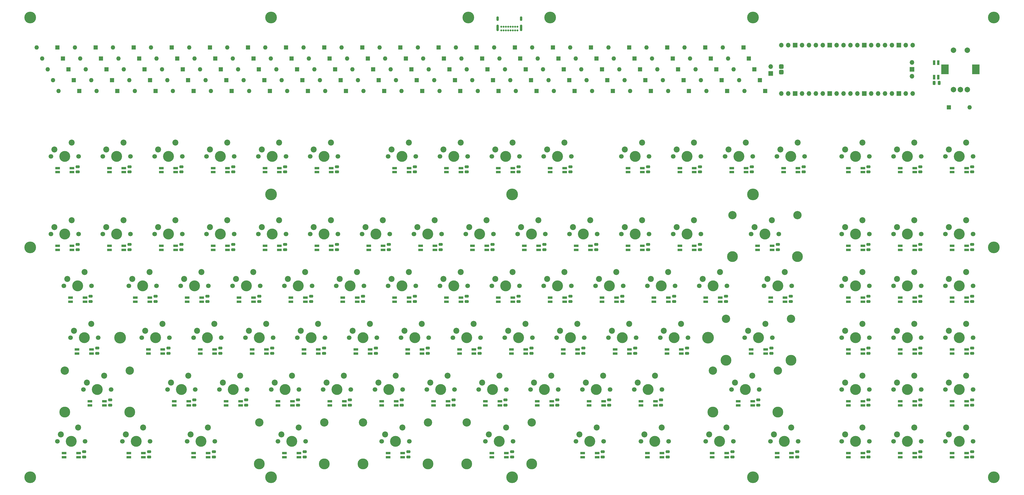
<source format=gbs>
G04 #@! TF.GenerationSoftware,KiCad,Pcbnew,(6.0.0)*
G04 #@! TF.CreationDate,2022-03-01T15:50:58-08:00*
G04 #@! TF.ProjectId,keyboard_exposed_diodes_standard_tkl,6b657962-6f61-4726-945f-6578706f7365,rev?*
G04 #@! TF.SameCoordinates,Original*
G04 #@! TF.FileFunction,Soldermask,Bot*
G04 #@! TF.FilePolarity,Negative*
%FSLAX46Y46*%
G04 Gerber Fmt 4.6, Leading zero omitted, Abs format (unit mm)*
G04 Created by KiCad (PCBNEW (6.0.0)) date 2022-03-01 15:50:58*
%MOMM*%
%LPD*%
G01*
G04 APERTURE LIST*
G04 Aperture macros list*
%AMRoundRect*
0 Rectangle with rounded corners*
0 $1 Rounding radius*
0 $2 $3 $4 $5 $6 $7 $8 $9 X,Y pos of 4 corners*
0 Add a 4 corners polygon primitive as box body*
4,1,4,$2,$3,$4,$5,$6,$7,$8,$9,$2,$3,0*
0 Add four circle primitives for the rounded corners*
1,1,$1+$1,$2,$3*
1,1,$1+$1,$4,$5*
1,1,$1+$1,$6,$7*
1,1,$1+$1,$8,$9*
0 Add four rect primitives between the rounded corners*
20,1,$1+$1,$2,$3,$4,$5,0*
20,1,$1+$1,$4,$5,$6,$7,0*
20,1,$1+$1,$6,$7,$8,$9,0*
20,1,$1+$1,$8,$9,$2,$3,0*%
G04 Aperture macros list end*
%ADD10C,1.700000*%
%ADD11C,4.000000*%
%ADD12R,1.800000X0.900000*%
%ADD13C,2.200000*%
%ADD14R,1.600000X1.600000*%
%ADD15O,1.600000X1.600000*%
%ADD16R,1.700000X1.700000*%
%ADD17O,1.700000X1.700000*%
%ADD18C,0.700000*%
%ADD19O,0.900000X2.400000*%
%ADD20O,0.900000X1.700000*%
%ADD21RoundRect,0.425000X0.425000X-0.425000X0.425000X0.425000X-0.425000X0.425000X-0.425000X-0.425000X0*%
%ADD22R,2.800000X3.600000*%
%ADD23C,2.000000*%
%ADD24C,3.987800*%
%ADD25C,3.048000*%
%ADD26R,0.900000X1.800000*%
%ADD27C,4.300000*%
%ADD28RoundRect,0.250000X0.475000X-0.250000X0.475000X0.250000X-0.475000X0.250000X-0.475000X-0.250000X0*%
%ADD29RoundRect,0.250000X0.250000X0.475000X-0.250000X0.475000X-0.250000X-0.475000X0.250000X-0.475000X0*%
G04 APERTURE END LIST*
D10*
X140665000Y-249575000D03*
X150825000Y-249575000D03*
D11*
X145745000Y-249575000D03*
D12*
X143095000Y-253875000D03*
X143095000Y-255375000D03*
X148395000Y-253875000D03*
X148395000Y-255375000D03*
D13*
X141935000Y-247035000D03*
X148285000Y-244495000D03*
D10*
X169875000Y-249575000D03*
X159715000Y-249575000D03*
D11*
X164795000Y-249575000D03*
D12*
X162145000Y-253875000D03*
X162145000Y-255375000D03*
X167445000Y-253875000D03*
X167445000Y-255375000D03*
D13*
X160985000Y-247035000D03*
X167335000Y-244495000D03*
D10*
X178765000Y-249575000D03*
X188925000Y-249575000D03*
D11*
X183845000Y-249575000D03*
D12*
X181195000Y-253875000D03*
X181195000Y-255375000D03*
X186495000Y-253875000D03*
X186495000Y-255375000D03*
D13*
X180035000Y-247035000D03*
X186385000Y-244495000D03*
D11*
X202895000Y-249575000D03*
D10*
X197815000Y-249575000D03*
X207975000Y-249575000D03*
D12*
X200245000Y-253875000D03*
X200245000Y-255375000D03*
X205545000Y-253875000D03*
X205545000Y-255375000D03*
D13*
X199085000Y-247035000D03*
X205435000Y-244495000D03*
D10*
X216865000Y-249575000D03*
X227025000Y-249575000D03*
D11*
X221945000Y-249575000D03*
D12*
X219295000Y-253875000D03*
X219295000Y-255375000D03*
X224595000Y-253875000D03*
X224595000Y-255375000D03*
D13*
X218135000Y-247035000D03*
X224485000Y-244495000D03*
D11*
X240995000Y-249575000D03*
D10*
X246075000Y-249575000D03*
X235915000Y-249575000D03*
D12*
X238345000Y-253875000D03*
X238345000Y-255375000D03*
X243645000Y-253875000D03*
X243645000Y-255375000D03*
D13*
X237185000Y-247035000D03*
X243535000Y-244495000D03*
D10*
X254965000Y-249575000D03*
D11*
X260045000Y-249575000D03*
D10*
X265125000Y-249575000D03*
D12*
X257395000Y-253875000D03*
X257395000Y-255375000D03*
X262695000Y-253875000D03*
X262695000Y-255375000D03*
D13*
X256235000Y-247035000D03*
X262585000Y-244495000D03*
D11*
X279095000Y-249575000D03*
D10*
X274015000Y-249575000D03*
X284175000Y-249575000D03*
D12*
X276445000Y-253875000D03*
X276445000Y-255375000D03*
X281745000Y-253875000D03*
X281745000Y-255375000D03*
D13*
X275285000Y-247035000D03*
X281635000Y-244495000D03*
D10*
X293065000Y-249575000D03*
D11*
X298145000Y-249575000D03*
D10*
X303225000Y-249575000D03*
D12*
X295495000Y-253875000D03*
X295495000Y-255375000D03*
X300795000Y-253875000D03*
X300795000Y-255375000D03*
D13*
X294335000Y-247035000D03*
X300685000Y-244495000D03*
D10*
X165112500Y-287675000D03*
X154952500Y-287675000D03*
D11*
X160032500Y-287675000D03*
D12*
X157382500Y-291975000D03*
X157382500Y-293475000D03*
X162682500Y-291975000D03*
X162682500Y-293475000D03*
D13*
X156222500Y-285135000D03*
X162572500Y-282595000D03*
D10*
X250837500Y-306725000D03*
X240677500Y-306725000D03*
D11*
X245757500Y-306725000D03*
D12*
X243107500Y-311025000D03*
X243107500Y-312525000D03*
X248407500Y-311025000D03*
X248407500Y-312525000D03*
D13*
X241947500Y-304185000D03*
X248297500Y-301645000D03*
D10*
X378790000Y-249575000D03*
D11*
X383870000Y-249575000D03*
D10*
X388950000Y-249575000D03*
D12*
X381220000Y-253875000D03*
X381220000Y-255375000D03*
X386520000Y-253875000D03*
X386520000Y-255375000D03*
D13*
X380060000Y-247035000D03*
X386410000Y-244495000D03*
D11*
X388632500Y-268625000D03*
D10*
X393712500Y-268625000D03*
X383552500Y-268625000D03*
D12*
X385982500Y-272925000D03*
X385982500Y-274425000D03*
X391282500Y-272925000D03*
X391282500Y-274425000D03*
D13*
X384822500Y-266085000D03*
X391172500Y-263545000D03*
D11*
X207657500Y-306725000D03*
D10*
X212737500Y-306725000D03*
X202577500Y-306725000D03*
D12*
X205007500Y-311025000D03*
X205007500Y-312525000D03*
X210307500Y-311025000D03*
X210307500Y-312525000D03*
D13*
X203847500Y-304185000D03*
X210197500Y-301645000D03*
D10*
X193052500Y-287675000D03*
D11*
X198132500Y-287675000D03*
D10*
X203212500Y-287675000D03*
D12*
X195482500Y-291975000D03*
X195482500Y-293475000D03*
X200782500Y-291975000D03*
X200782500Y-293475000D03*
D13*
X194322500Y-285135000D03*
X200672500Y-282595000D03*
D11*
X336245000Y-249575000D03*
D10*
X341325000Y-249575000D03*
X331165000Y-249575000D03*
D12*
X333595000Y-253875000D03*
X333595000Y-255375000D03*
X338895000Y-253875000D03*
X338895000Y-255375000D03*
D13*
X332435000Y-247035000D03*
X338785000Y-244495000D03*
D11*
X417207500Y-268625000D03*
D10*
X422287500Y-268625000D03*
X412127500Y-268625000D03*
D12*
X414557500Y-272925000D03*
X414557500Y-274425000D03*
X419857500Y-272925000D03*
X419857500Y-274425000D03*
D13*
X413397500Y-266085000D03*
X419747500Y-263545000D03*
D10*
X431177500Y-325775000D03*
D11*
X436257500Y-325775000D03*
D10*
X441337500Y-325775000D03*
D12*
X433607500Y-330075000D03*
X433607500Y-331575000D03*
X438907500Y-330075000D03*
X438907500Y-331575000D03*
D13*
X432447500Y-323235000D03*
X438797500Y-320695000D03*
D10*
X188290000Y-268625000D03*
X198450000Y-268625000D03*
D11*
X193370000Y-268625000D03*
D12*
X190720000Y-272925000D03*
X190720000Y-274425000D03*
X196020000Y-272925000D03*
X196020000Y-274425000D03*
D13*
X189560000Y-266085000D03*
X195910000Y-263545000D03*
D10*
X441337500Y-268625000D03*
X431177500Y-268625000D03*
D11*
X436257500Y-268625000D03*
D12*
X433607500Y-272925000D03*
X433607500Y-274425000D03*
X438907500Y-272925000D03*
X438907500Y-274425000D03*
D13*
X432447500Y-266085000D03*
X438797500Y-263545000D03*
D11*
X381488750Y-287675000D03*
D10*
X386568750Y-287675000D03*
X376408750Y-287675000D03*
D12*
X378838750Y-291975000D03*
X378838750Y-293475000D03*
X384138750Y-291975000D03*
X384138750Y-293475000D03*
D13*
X377678750Y-285135000D03*
X384028750Y-282595000D03*
D10*
X360375000Y-249575000D03*
X350215000Y-249575000D03*
D11*
X355295000Y-249575000D03*
D12*
X352645000Y-253875000D03*
X352645000Y-255375000D03*
X357945000Y-253875000D03*
X357945000Y-255375000D03*
D13*
X351485000Y-247035000D03*
X357835000Y-244495000D03*
D10*
X150825000Y-221000000D03*
X140665000Y-221000000D03*
D11*
X145745000Y-221000000D03*
D12*
X143095000Y-225300000D03*
X143095000Y-226800000D03*
X148395000Y-225300000D03*
X148395000Y-226800000D03*
D13*
X141935000Y-218460000D03*
X148285000Y-215920000D03*
D10*
X215118750Y-325775000D03*
D11*
X210038750Y-325775000D03*
D10*
X204958750Y-325775000D03*
D12*
X207388750Y-330075000D03*
X207388750Y-331575000D03*
X212688750Y-330075000D03*
X212688750Y-331575000D03*
D13*
X206228750Y-323235000D03*
X212578750Y-320695000D03*
D10*
X281158750Y-325775000D03*
D11*
X286238750Y-325775000D03*
D10*
X291318750Y-325775000D03*
D12*
X283588750Y-330075000D03*
X283588750Y-331575000D03*
X288888750Y-330075000D03*
X288888750Y-331575000D03*
D13*
X282428750Y-323235000D03*
X288778750Y-320695000D03*
D10*
X422287500Y-287675000D03*
D11*
X417207500Y-287675000D03*
D10*
X412127500Y-287675000D03*
D12*
X414557500Y-291975000D03*
X414557500Y-293475000D03*
X419857500Y-291975000D03*
X419857500Y-293475000D03*
D13*
X413397500Y-285135000D03*
X419747500Y-282595000D03*
D11*
X417207500Y-306725000D03*
D10*
X422287500Y-306725000D03*
X412127500Y-306725000D03*
D12*
X414557500Y-311025000D03*
X414557500Y-312525000D03*
X419857500Y-311025000D03*
X419857500Y-312525000D03*
D13*
X413397500Y-304185000D03*
X419747500Y-301645000D03*
D10*
X441337500Y-287675000D03*
D11*
X436257500Y-287675000D03*
D10*
X431177500Y-287675000D03*
D12*
X433607500Y-291975000D03*
X433607500Y-293475000D03*
X438907500Y-291975000D03*
X438907500Y-293475000D03*
D13*
X432447500Y-285135000D03*
X438797500Y-282595000D03*
D11*
X455307500Y-287675000D03*
D10*
X450227500Y-287675000D03*
X460387500Y-287675000D03*
D12*
X452657500Y-291975000D03*
X452657500Y-293475000D03*
X457957500Y-291975000D03*
X457957500Y-293475000D03*
D13*
X451497500Y-285135000D03*
X457847500Y-282595000D03*
D10*
X450227500Y-306725000D03*
X460387500Y-306725000D03*
D11*
X455307500Y-306725000D03*
D12*
X452657500Y-311025000D03*
X452657500Y-312525000D03*
X457957500Y-311025000D03*
X457957500Y-312525000D03*
D13*
X451497500Y-304185000D03*
X457847500Y-301645000D03*
D10*
X169875000Y-221000000D03*
X159715000Y-221000000D03*
D11*
X164795000Y-221000000D03*
D12*
X162145000Y-225300000D03*
X162145000Y-226800000D03*
X167445000Y-225300000D03*
X167445000Y-226800000D03*
D13*
X160985000Y-218460000D03*
X167335000Y-215920000D03*
D10*
X178765000Y-221000000D03*
D11*
X183845000Y-221000000D03*
D10*
X188925000Y-221000000D03*
D12*
X181195000Y-225300000D03*
X181195000Y-226800000D03*
X186495000Y-225300000D03*
X186495000Y-226800000D03*
D13*
X180035000Y-218460000D03*
X186385000Y-215920000D03*
D10*
X207975000Y-221000000D03*
D11*
X202895000Y-221000000D03*
D10*
X197815000Y-221000000D03*
D12*
X200245000Y-225300000D03*
X200245000Y-226800000D03*
X205545000Y-225300000D03*
X205545000Y-226800000D03*
D13*
X199085000Y-218460000D03*
X205435000Y-215920000D03*
D10*
X245440000Y-221000000D03*
X255600000Y-221000000D03*
D11*
X250520000Y-221000000D03*
D12*
X247870000Y-225300000D03*
X247870000Y-226800000D03*
X253170000Y-225300000D03*
X253170000Y-226800000D03*
D13*
X246710000Y-218460000D03*
X253060000Y-215920000D03*
D10*
X283540000Y-221000000D03*
X293700000Y-221000000D03*
D11*
X288620000Y-221000000D03*
D12*
X285970000Y-225300000D03*
X285970000Y-226800000D03*
X291270000Y-225300000D03*
X291270000Y-226800000D03*
D13*
X284810000Y-218460000D03*
X291160000Y-215920000D03*
D10*
X302590000Y-221000000D03*
D11*
X307670000Y-221000000D03*
D10*
X312750000Y-221000000D03*
D12*
X305020000Y-225300000D03*
X305020000Y-226800000D03*
X310320000Y-225300000D03*
X310320000Y-226800000D03*
D13*
X303860000Y-218460000D03*
X310210000Y-215920000D03*
D11*
X374345000Y-221000000D03*
D10*
X379425000Y-221000000D03*
X369265000Y-221000000D03*
D12*
X371695000Y-225300000D03*
X371695000Y-226800000D03*
X376995000Y-225300000D03*
X376995000Y-226800000D03*
D13*
X370535000Y-218460000D03*
X376885000Y-215920000D03*
D10*
X222262500Y-287675000D03*
D11*
X217182500Y-287675000D03*
D10*
X212102500Y-287675000D03*
D12*
X214532500Y-291975000D03*
X214532500Y-293475000D03*
X219832500Y-291975000D03*
X219832500Y-293475000D03*
D13*
X213372500Y-285135000D03*
X219722500Y-282595000D03*
D10*
X335927500Y-306725000D03*
D11*
X341007500Y-306725000D03*
D10*
X346087500Y-306725000D03*
D12*
X338357500Y-311025000D03*
X338357500Y-312525000D03*
X343657500Y-311025000D03*
X343657500Y-312525000D03*
D13*
X337197500Y-304185000D03*
X343547500Y-301645000D03*
D10*
X231152500Y-287675000D03*
D11*
X236232500Y-287675000D03*
D10*
X241312500Y-287675000D03*
D12*
X233582500Y-291975000D03*
X233582500Y-293475000D03*
X238882500Y-291975000D03*
X238882500Y-293475000D03*
D13*
X232422500Y-285135000D03*
X238772500Y-282595000D03*
D11*
X255282500Y-287675000D03*
D10*
X260362500Y-287675000D03*
X250202500Y-287675000D03*
D12*
X252632500Y-291975000D03*
X252632500Y-293475000D03*
X257932500Y-291975000D03*
X257932500Y-293475000D03*
D13*
X251472500Y-285135000D03*
X257822500Y-282595000D03*
D10*
X431177500Y-249575000D03*
X441337500Y-249575000D03*
D11*
X436257500Y-249575000D03*
D12*
X433607500Y-253875000D03*
X433607500Y-255375000D03*
X438907500Y-253875000D03*
X438907500Y-255375000D03*
D13*
X432447500Y-247035000D03*
X438797500Y-244495000D03*
D11*
X288620000Y-268625000D03*
D10*
X283540000Y-268625000D03*
X293700000Y-268625000D03*
D12*
X285970000Y-272925000D03*
X285970000Y-274425000D03*
X291270000Y-272925000D03*
X291270000Y-274425000D03*
D13*
X284810000Y-266085000D03*
X291160000Y-263545000D03*
D11*
X417207500Y-249575000D03*
D10*
X422287500Y-249575000D03*
X412127500Y-249575000D03*
D12*
X414557500Y-253875000D03*
X414557500Y-255375000D03*
X419857500Y-253875000D03*
X419857500Y-255375000D03*
D13*
X413397500Y-247035000D03*
X419747500Y-244495000D03*
D11*
X293382500Y-287675000D03*
D10*
X288302500Y-287675000D03*
X298462500Y-287675000D03*
D12*
X290732500Y-291975000D03*
X290732500Y-293475000D03*
X296032500Y-291975000D03*
X296032500Y-293475000D03*
D13*
X289572500Y-285135000D03*
X295922500Y-282595000D03*
D10*
X307352500Y-287675000D03*
X317512500Y-287675000D03*
D11*
X312432500Y-287675000D03*
D12*
X309782500Y-291975000D03*
X309782500Y-293475000D03*
X315082500Y-291975000D03*
X315082500Y-293475000D03*
D13*
X308622500Y-285135000D03*
X314972500Y-282595000D03*
D10*
X181781250Y-325775000D03*
X171621250Y-325775000D03*
D11*
X176701250Y-325775000D03*
D12*
X174051250Y-330075000D03*
X174051250Y-331575000D03*
X179351250Y-330075000D03*
X179351250Y-331575000D03*
D13*
X172891250Y-323235000D03*
X179241250Y-320695000D03*
D11*
X417207500Y-325775000D03*
D10*
X422287500Y-325775000D03*
X412127500Y-325775000D03*
D12*
X414557500Y-330075000D03*
X414557500Y-331575000D03*
X419857500Y-330075000D03*
X419857500Y-331575000D03*
D13*
X413397500Y-323235000D03*
X419747500Y-320695000D03*
D10*
X147808750Y-325775000D03*
X157968750Y-325775000D03*
D11*
X152888750Y-325775000D03*
D12*
X150238750Y-330075000D03*
X150238750Y-331575000D03*
X155538750Y-330075000D03*
X155538750Y-331575000D03*
D13*
X149078750Y-323235000D03*
X155428750Y-320695000D03*
D10*
X278777500Y-306725000D03*
X288937500Y-306725000D03*
D11*
X283857500Y-306725000D03*
D12*
X281207500Y-311025000D03*
X281207500Y-312525000D03*
X286507500Y-311025000D03*
X286507500Y-312525000D03*
D13*
X280047500Y-304185000D03*
X286397500Y-301645000D03*
D11*
X367201250Y-325775000D03*
D10*
X372281250Y-325775000D03*
X362121250Y-325775000D03*
D12*
X364551250Y-330075000D03*
X364551250Y-331575000D03*
X369851250Y-330075000D03*
X369851250Y-331575000D03*
D13*
X363391250Y-323235000D03*
X369741250Y-320695000D03*
D10*
X269887500Y-306725000D03*
X259727500Y-306725000D03*
D11*
X264807500Y-306725000D03*
D12*
X262157500Y-311025000D03*
X262157500Y-312525000D03*
X267457500Y-311025000D03*
X267457500Y-312525000D03*
D13*
X260997500Y-304185000D03*
X267347500Y-301645000D03*
D11*
X307670000Y-268625000D03*
D10*
X312750000Y-268625000D03*
X302590000Y-268625000D03*
D12*
X305020000Y-272925000D03*
X305020000Y-274425000D03*
X310320000Y-272925000D03*
X310320000Y-274425000D03*
D13*
X303860000Y-266085000D03*
X310210000Y-263545000D03*
D10*
X450227500Y-221000000D03*
D11*
X455307500Y-221000000D03*
D10*
X460387500Y-221000000D03*
D12*
X452657500Y-225300000D03*
X452657500Y-226800000D03*
X457957500Y-225300000D03*
X457957500Y-226800000D03*
D13*
X451497500Y-218460000D03*
X457847500Y-215920000D03*
D10*
X460387500Y-268625000D03*
X450227500Y-268625000D03*
D11*
X455307500Y-268625000D03*
D12*
X452657500Y-272925000D03*
X452657500Y-274425000D03*
X457957500Y-272925000D03*
X457957500Y-274425000D03*
D13*
X451497500Y-266085000D03*
X457847500Y-263545000D03*
D11*
X455307500Y-249575000D03*
D10*
X460387500Y-249575000D03*
X450227500Y-249575000D03*
D12*
X452657500Y-253875000D03*
X452657500Y-255375000D03*
X457957500Y-253875000D03*
X457957500Y-255375000D03*
D13*
X451497500Y-247035000D03*
X457847500Y-244495000D03*
D11*
X417207500Y-221000000D03*
D10*
X422287500Y-221000000D03*
X412127500Y-221000000D03*
D12*
X414557500Y-225300000D03*
X414557500Y-226800000D03*
X419857500Y-225300000D03*
X419857500Y-226800000D03*
D13*
X413397500Y-218460000D03*
X419747500Y-215920000D03*
D10*
X150190000Y-268625000D03*
D11*
X155270000Y-268625000D03*
D10*
X160350000Y-268625000D03*
D12*
X152620000Y-272925000D03*
X152620000Y-274425000D03*
X157920000Y-272925000D03*
X157920000Y-274425000D03*
D13*
X151460000Y-266085000D03*
X157810000Y-263545000D03*
D10*
X345452500Y-287675000D03*
X355612500Y-287675000D03*
D11*
X350532500Y-287675000D03*
D12*
X347882500Y-291975000D03*
X347882500Y-293475000D03*
X353182500Y-291975000D03*
X353182500Y-293475000D03*
D13*
X346722500Y-285135000D03*
X353072500Y-282595000D03*
D10*
X217500000Y-268625000D03*
D11*
X212420000Y-268625000D03*
D10*
X207340000Y-268625000D03*
D12*
X209770000Y-272925000D03*
X209770000Y-274425000D03*
X215070000Y-272925000D03*
X215070000Y-274425000D03*
D13*
X208610000Y-266085000D03*
X214960000Y-263545000D03*
D10*
X369900000Y-268625000D03*
D11*
X364820000Y-268625000D03*
D10*
X359740000Y-268625000D03*
D12*
X362170000Y-272925000D03*
X362170000Y-274425000D03*
X367470000Y-272925000D03*
X367470000Y-274425000D03*
D13*
X361010000Y-266085000D03*
X367360000Y-263545000D03*
D10*
X450227500Y-325775000D03*
X460387500Y-325775000D03*
D11*
X455307500Y-325775000D03*
D12*
X452657500Y-330075000D03*
X452657500Y-331575000D03*
X457957500Y-330075000D03*
X457957500Y-331575000D03*
D13*
X451497500Y-323235000D03*
X457847500Y-320695000D03*
D10*
X381806250Y-306725000D03*
D11*
X376726250Y-306725000D03*
D10*
X371646250Y-306725000D03*
D12*
X374076250Y-311025000D03*
X374076250Y-312525000D03*
X379376250Y-311025000D03*
X379376250Y-312525000D03*
D13*
X372916250Y-304185000D03*
X379266250Y-301645000D03*
D11*
X179082500Y-287675000D03*
D10*
X184162500Y-287675000D03*
X174002500Y-287675000D03*
D12*
X176432500Y-291975000D03*
X176432500Y-293475000D03*
X181732500Y-291975000D03*
X181732500Y-293475000D03*
D13*
X175272500Y-285135000D03*
X181622500Y-282595000D03*
D11*
X436257500Y-221000000D03*
D10*
X431177500Y-221000000D03*
X441337500Y-221000000D03*
D12*
X433607500Y-225300000D03*
X433607500Y-226800000D03*
X438907500Y-225300000D03*
X438907500Y-226800000D03*
D13*
X432447500Y-218460000D03*
X438797500Y-215920000D03*
D11*
X248138750Y-325775000D03*
D10*
X243058750Y-325775000D03*
X253218750Y-325775000D03*
D12*
X245488750Y-330075000D03*
X245488750Y-331575000D03*
X250788750Y-330075000D03*
X250788750Y-331575000D03*
D13*
X244328750Y-323235000D03*
X250678750Y-320695000D03*
D11*
X231470000Y-268625000D03*
D10*
X226390000Y-268625000D03*
X236550000Y-268625000D03*
D12*
X228820000Y-272925000D03*
X228820000Y-274425000D03*
X234120000Y-272925000D03*
X234120000Y-274425000D03*
D13*
X227660000Y-266085000D03*
X234010000Y-263545000D03*
D10*
X264490000Y-268625000D03*
D11*
X269570000Y-268625000D03*
D10*
X274650000Y-268625000D03*
D12*
X266920000Y-272925000D03*
X266920000Y-274425000D03*
X272220000Y-272925000D03*
X272220000Y-274425000D03*
D13*
X265760000Y-266085000D03*
X272110000Y-263545000D03*
D10*
X431177500Y-306725000D03*
X441337500Y-306725000D03*
D11*
X436257500Y-306725000D03*
D12*
X433607500Y-311025000D03*
X433607500Y-312525000D03*
X438907500Y-311025000D03*
X438907500Y-312525000D03*
D13*
X432447500Y-304185000D03*
X438797500Y-301645000D03*
D10*
X169240000Y-268625000D03*
D11*
X174320000Y-268625000D03*
D10*
X179400000Y-268625000D03*
D12*
X171670000Y-272925000D03*
X171670000Y-274425000D03*
X176970000Y-272925000D03*
X176970000Y-274425000D03*
D13*
X170510000Y-266085000D03*
X176860000Y-263545000D03*
D10*
X193687500Y-306725000D03*
D11*
X188607500Y-306725000D03*
D10*
X183527500Y-306725000D03*
D12*
X185957500Y-311025000D03*
X185957500Y-312525000D03*
X191257500Y-311025000D03*
X191257500Y-312525000D03*
D13*
X184797500Y-304185000D03*
X191147500Y-301645000D03*
D10*
X255600000Y-268625000D03*
D11*
X250520000Y-268625000D03*
D10*
X245440000Y-268625000D03*
D12*
X247870000Y-272925000D03*
X247870000Y-274425000D03*
X253170000Y-272925000D03*
X253170000Y-274425000D03*
D13*
X246710000Y-266085000D03*
X253060000Y-263545000D03*
D11*
X274332500Y-287675000D03*
D10*
X279412500Y-287675000D03*
X269252500Y-287675000D03*
D12*
X271682500Y-291975000D03*
X271682500Y-293475000D03*
X276982500Y-291975000D03*
X276982500Y-293475000D03*
D13*
X270522500Y-285135000D03*
X276872500Y-282595000D03*
D10*
X340690000Y-268625000D03*
D11*
X345770000Y-268625000D03*
D10*
X350850000Y-268625000D03*
D12*
X343120000Y-272925000D03*
X343120000Y-274425000D03*
X348420000Y-272925000D03*
X348420000Y-274425000D03*
D13*
X341960000Y-266085000D03*
X348310000Y-263545000D03*
D10*
X350215000Y-221000000D03*
D11*
X355295000Y-221000000D03*
D10*
X360375000Y-221000000D03*
D12*
X352645000Y-225300000D03*
X352645000Y-226800000D03*
X357945000Y-225300000D03*
X357945000Y-226800000D03*
D13*
X351485000Y-218460000D03*
X357835000Y-215920000D03*
D10*
X227025000Y-221000000D03*
X216865000Y-221000000D03*
D11*
X221945000Y-221000000D03*
D12*
X219295000Y-225300000D03*
X219295000Y-226800000D03*
X224595000Y-225300000D03*
X224595000Y-226800000D03*
D13*
X218135000Y-218460000D03*
X224485000Y-215920000D03*
D10*
X274650000Y-221000000D03*
D11*
X269570000Y-221000000D03*
D10*
X264490000Y-221000000D03*
D12*
X266920000Y-225300000D03*
X266920000Y-226800000D03*
X272220000Y-225300000D03*
X272220000Y-226800000D03*
D13*
X265760000Y-218460000D03*
X272110000Y-215920000D03*
D11*
X319576250Y-325775000D03*
D10*
X324656250Y-325775000D03*
X314496250Y-325775000D03*
D12*
X316926250Y-330075000D03*
X316926250Y-331575000D03*
X322226250Y-330075000D03*
X322226250Y-331575000D03*
D13*
X315766250Y-323235000D03*
X322116250Y-320695000D03*
D10*
X307987500Y-306725000D03*
X297827500Y-306725000D03*
D11*
X302907500Y-306725000D03*
D12*
X300257500Y-311025000D03*
X300257500Y-312525000D03*
X305557500Y-311025000D03*
X305557500Y-312525000D03*
D13*
X299097500Y-304185000D03*
X305447500Y-301645000D03*
D11*
X131457500Y-268625000D03*
D10*
X136537500Y-268625000D03*
X126377500Y-268625000D03*
D12*
X128807500Y-272925000D03*
X128807500Y-274425000D03*
X134107500Y-272925000D03*
X134107500Y-274425000D03*
D13*
X127647500Y-266085000D03*
X133997500Y-263545000D03*
D11*
X138601250Y-306725000D03*
D10*
X133521250Y-306725000D03*
X143681250Y-306725000D03*
D12*
X135951250Y-311025000D03*
X135951250Y-312525000D03*
X141251250Y-311025000D03*
X141251250Y-312525000D03*
D13*
X134791250Y-304185000D03*
X141141250Y-301645000D03*
D10*
X123996250Y-325775000D03*
D11*
X129076250Y-325775000D03*
D10*
X134156250Y-325775000D03*
D12*
X126426250Y-330075000D03*
X126426250Y-331575000D03*
X131726250Y-330075000D03*
X131726250Y-331575000D03*
D13*
X125266250Y-323235000D03*
X131616250Y-320695000D03*
D10*
X131775000Y-221000000D03*
X121615000Y-221000000D03*
D11*
X126695000Y-221000000D03*
D12*
X124045000Y-225300000D03*
X124045000Y-226800000D03*
X129345000Y-225300000D03*
X129345000Y-226800000D03*
D13*
X122885000Y-218460000D03*
X129235000Y-215920000D03*
D10*
X128758750Y-287675000D03*
X138918750Y-287675000D03*
D11*
X133838750Y-287675000D03*
D12*
X131188750Y-291975000D03*
X131188750Y-293475000D03*
X136488750Y-291975000D03*
X136488750Y-293475000D03*
D13*
X130028750Y-285135000D03*
X136378750Y-282595000D03*
D11*
X126695000Y-249575000D03*
D10*
X121615000Y-249575000D03*
X131775000Y-249575000D03*
D12*
X124045000Y-253875000D03*
X124045000Y-255375000D03*
X129345000Y-253875000D03*
X129345000Y-255375000D03*
D13*
X122885000Y-247035000D03*
X129235000Y-244495000D03*
D11*
X226707500Y-306725000D03*
D10*
X231787500Y-306725000D03*
X221627500Y-306725000D03*
D12*
X224057500Y-311025000D03*
X224057500Y-312525000D03*
X229357500Y-311025000D03*
X229357500Y-312525000D03*
D13*
X222897500Y-304185000D03*
X229247500Y-301645000D03*
D10*
X326402500Y-287675000D03*
X336562500Y-287675000D03*
D11*
X331482500Y-287675000D03*
D12*
X328832500Y-291975000D03*
X328832500Y-293475000D03*
X334132500Y-291975000D03*
X334132500Y-293475000D03*
D13*
X327672500Y-285135000D03*
X334022500Y-282595000D03*
D11*
X343388750Y-325775000D03*
D10*
X348468750Y-325775000D03*
X338308750Y-325775000D03*
D12*
X340738750Y-330075000D03*
X340738750Y-331575000D03*
X346038750Y-330075000D03*
X346038750Y-331575000D03*
D13*
X339578750Y-323235000D03*
X345928750Y-320695000D03*
D11*
X326720000Y-268625000D03*
D10*
X321640000Y-268625000D03*
X331800000Y-268625000D03*
D12*
X324070000Y-272925000D03*
X324070000Y-274425000D03*
X329370000Y-272925000D03*
X329370000Y-274425000D03*
D13*
X322910000Y-266085000D03*
X329260000Y-263545000D03*
D10*
X341325000Y-221000000D03*
D11*
X336245000Y-221000000D03*
D10*
X331165000Y-221000000D03*
D12*
X333595000Y-225300000D03*
X333595000Y-226800000D03*
X338895000Y-225300000D03*
X338895000Y-226800000D03*
D13*
X332435000Y-218460000D03*
X338785000Y-215920000D03*
D10*
X385933750Y-325775000D03*
X396093750Y-325775000D03*
D11*
X391013750Y-325775000D03*
D12*
X388363750Y-330075000D03*
X388363750Y-331575000D03*
X393663750Y-330075000D03*
X393663750Y-331575000D03*
D13*
X387203750Y-323235000D03*
X393553750Y-320695000D03*
D10*
X327037500Y-306725000D03*
D11*
X321957500Y-306725000D03*
D10*
X316877500Y-306725000D03*
D12*
X319307500Y-311025000D03*
X319307500Y-312525000D03*
X324607500Y-311025000D03*
X324607500Y-312525000D03*
D13*
X318147500Y-304185000D03*
X324497500Y-301645000D03*
D14*
X124000000Y-181000000D03*
D15*
X116380000Y-181000000D03*
D14*
X370000000Y-197000000D03*
D15*
X362380000Y-197000000D03*
D14*
X340000000Y-193000000D03*
D15*
X332380000Y-193000000D03*
D14*
X140000000Y-185000000D03*
D15*
X132380000Y-185000000D03*
D16*
X386000000Y-190540000D03*
D17*
X386000000Y-188000000D03*
D18*
X293000000Y-174725000D03*
X292150000Y-174725000D03*
X291300000Y-174725000D03*
X290450000Y-174725000D03*
X289600000Y-174725000D03*
X288750000Y-174725000D03*
X287900000Y-174725000D03*
X287050000Y-174725000D03*
X287050000Y-173375000D03*
X287900000Y-173375000D03*
X288750000Y-173375000D03*
X289600000Y-173375000D03*
X290450000Y-173375000D03*
X291300000Y-173375000D03*
X292150000Y-173375000D03*
X293000000Y-173375000D03*
D19*
X294350000Y-173745000D03*
D20*
X294350000Y-170365000D03*
D19*
X285700000Y-173745000D03*
D20*
X285700000Y-170365000D03*
D17*
X389870000Y-197890000D03*
X392410000Y-197890000D03*
D16*
X394950000Y-197890000D03*
D17*
X397490000Y-197890000D03*
X400030000Y-197890000D03*
X402570000Y-197890000D03*
X405110000Y-197890000D03*
D16*
X407650000Y-197890000D03*
D17*
X410190000Y-197890000D03*
X412730000Y-197890000D03*
X415270000Y-197890000D03*
X417810000Y-197890000D03*
D16*
X420350000Y-197890000D03*
D17*
X422890000Y-197890000D03*
X425430000Y-197890000D03*
X427970000Y-197890000D03*
X430510000Y-197890000D03*
D16*
X433050000Y-197890000D03*
D17*
X435590000Y-197890000D03*
X438130000Y-197890000D03*
X438130000Y-180110000D03*
X435590000Y-180110000D03*
D16*
X433050000Y-180110000D03*
D17*
X430510000Y-180110000D03*
X427970000Y-180110000D03*
X425430000Y-180110000D03*
X422890000Y-180110000D03*
D16*
X420350000Y-180110000D03*
D17*
X417810000Y-180110000D03*
X415270000Y-180110000D03*
X412730000Y-180110000D03*
X410190000Y-180110000D03*
D16*
X407650000Y-180110000D03*
D17*
X405110000Y-180110000D03*
X402570000Y-180110000D03*
X400030000Y-180110000D03*
X397490000Y-180110000D03*
D16*
X394950000Y-180110000D03*
D17*
X392410000Y-180110000D03*
X389870000Y-180110000D03*
X437900000Y-191540000D03*
D16*
X437900000Y-189000000D03*
D17*
X437900000Y-186460000D03*
D21*
X389880000Y-190000000D03*
X389880000Y-188000000D03*
D14*
X338000000Y-189000000D03*
D15*
X330380000Y-189000000D03*
D14*
X226000000Y-189000000D03*
D15*
X218380000Y-189000000D03*
D14*
X310000000Y-189000000D03*
D15*
X302380000Y-189000000D03*
D14*
X300000000Y-197000000D03*
D15*
X292380000Y-197000000D03*
D14*
X296000000Y-189000000D03*
D15*
X288380000Y-189000000D03*
D14*
X282000000Y-189000000D03*
D15*
X274380000Y-189000000D03*
D14*
X142000000Y-189000000D03*
D15*
X134380000Y-189000000D03*
D14*
X194000000Y-181000000D03*
D15*
X186380000Y-181000000D03*
D14*
X328000000Y-197000000D03*
D15*
X320380000Y-197000000D03*
D14*
X160000000Y-197000000D03*
D15*
X152380000Y-197000000D03*
D14*
X180000000Y-181000000D03*
D15*
X172380000Y-181000000D03*
D22*
X450000000Y-189000000D03*
X461400000Y-189000000D03*
D23*
X453200000Y-196500000D03*
X458200000Y-196500000D03*
X455700000Y-196500000D03*
X453200000Y-182000000D03*
X458200000Y-182000000D03*
D14*
X286000000Y-197000000D03*
D15*
X278380000Y-197000000D03*
D14*
X240000000Y-189000000D03*
D15*
X232380000Y-189000000D03*
D14*
X322000000Y-185000000D03*
D15*
X314380000Y-185000000D03*
D14*
X362000000Y-181000000D03*
D15*
X354380000Y-181000000D03*
D14*
X324000000Y-189000000D03*
D15*
X316380000Y-189000000D03*
D14*
X384000000Y-197000000D03*
D15*
X376380000Y-197000000D03*
D14*
X308000000Y-185000000D03*
D15*
X300380000Y-185000000D03*
D14*
X334000000Y-181000000D03*
D15*
X326380000Y-181000000D03*
D14*
X258000000Y-197000000D03*
D15*
X250380000Y-197000000D03*
D14*
X242000000Y-193000000D03*
D15*
X234380000Y-193000000D03*
D14*
X154000000Y-185000000D03*
D15*
X146380000Y-185000000D03*
D14*
X342000000Y-197000000D03*
D15*
X334380000Y-197000000D03*
D14*
X172000000Y-193000000D03*
D15*
X164380000Y-193000000D03*
D14*
X144000000Y-193000000D03*
D15*
X136380000Y-193000000D03*
D14*
X212000000Y-189000000D03*
D15*
X204380000Y-189000000D03*
D14*
X244000000Y-197000000D03*
D15*
X236380000Y-197000000D03*
D14*
X314000000Y-197000000D03*
D15*
X306380000Y-197000000D03*
D14*
X280000000Y-185000000D03*
D15*
X272380000Y-185000000D03*
D14*
X202000000Y-197000000D03*
D15*
X194380000Y-197000000D03*
D14*
X320000000Y-181000000D03*
D15*
X312380000Y-181000000D03*
D14*
X182000000Y-185000000D03*
D15*
X174380000Y-185000000D03*
D14*
X364000000Y-185000000D03*
D15*
X356380000Y-185000000D03*
D14*
X378000000Y-185000000D03*
D15*
X370380000Y-185000000D03*
D14*
X284000000Y-193000000D03*
D15*
X276380000Y-193000000D03*
D14*
X264000000Y-181000000D03*
D15*
X256380000Y-181000000D03*
D14*
X130000000Y-193000000D03*
D15*
X122380000Y-193000000D03*
D14*
X254000000Y-189000000D03*
D15*
X246380000Y-189000000D03*
D14*
X200000000Y-193000000D03*
D15*
X192380000Y-193000000D03*
D14*
X350000000Y-185000000D03*
D15*
X342380000Y-185000000D03*
D14*
X252000000Y-185000000D03*
D15*
X244380000Y-185000000D03*
D14*
X228000000Y-193000000D03*
D15*
X220380000Y-193000000D03*
D14*
X270000000Y-193000000D03*
D15*
X262380000Y-193000000D03*
D14*
X126000000Y-185000000D03*
D15*
X118380000Y-185000000D03*
D14*
X132000000Y-197000000D03*
D15*
X124380000Y-197000000D03*
D14*
X348000000Y-181000000D03*
D15*
X340380000Y-181000000D03*
D14*
X356000000Y-197000000D03*
D15*
X348380000Y-197000000D03*
D14*
X268000000Y-189000000D03*
D15*
X260380000Y-189000000D03*
D14*
X256000000Y-193000000D03*
D15*
X248380000Y-193000000D03*
D14*
X230000000Y-197000000D03*
D15*
X222380000Y-197000000D03*
D14*
X170000000Y-189000000D03*
D15*
X162380000Y-189000000D03*
D14*
X174000000Y-197000000D03*
D15*
X166380000Y-197000000D03*
D14*
X166000000Y-181000000D03*
D15*
X158380000Y-181000000D03*
D14*
X210000000Y-185000000D03*
D15*
X202380000Y-185000000D03*
D14*
X186000000Y-193000000D03*
D15*
X178380000Y-193000000D03*
D14*
X278000000Y-181000000D03*
D15*
X270380000Y-181000000D03*
D14*
X266000000Y-185000000D03*
D15*
X258380000Y-185000000D03*
D14*
X152000000Y-181000000D03*
D15*
X144380000Y-181000000D03*
D14*
X184000000Y-189000000D03*
D15*
X176380000Y-189000000D03*
D14*
X366000000Y-189000000D03*
D15*
X358380000Y-189000000D03*
D14*
X188000000Y-197000000D03*
D15*
X180380000Y-197000000D03*
D14*
X158000000Y-193000000D03*
D15*
X150380000Y-193000000D03*
D14*
X298000000Y-193000000D03*
D15*
X290380000Y-193000000D03*
D14*
X128000000Y-189000000D03*
D15*
X120380000Y-189000000D03*
D14*
X272000000Y-197000000D03*
D15*
X264380000Y-197000000D03*
D14*
X352000000Y-189000000D03*
D15*
X344380000Y-189000000D03*
D14*
X382000000Y-193000000D03*
D15*
X374380000Y-193000000D03*
D14*
X368000000Y-193000000D03*
D15*
X360380000Y-193000000D03*
D14*
X208000000Y-181000000D03*
D15*
X200380000Y-181000000D03*
D14*
X196000000Y-185000000D03*
D15*
X188380000Y-185000000D03*
D14*
X216000000Y-197000000D03*
D15*
X208380000Y-197000000D03*
D14*
X326000000Y-193000000D03*
D15*
X318380000Y-193000000D03*
D14*
X198000000Y-189000000D03*
D15*
X190380000Y-189000000D03*
D14*
X138000000Y-181000000D03*
D15*
X130380000Y-181000000D03*
D14*
X336000000Y-185000000D03*
D15*
X328380000Y-185000000D03*
D14*
X376000000Y-181000000D03*
D15*
X368380000Y-181000000D03*
D14*
X214000000Y-193000000D03*
D15*
X206380000Y-193000000D03*
D14*
X306000000Y-181000000D03*
D15*
X298380000Y-181000000D03*
D14*
X236000000Y-181000000D03*
D15*
X228380000Y-181000000D03*
D14*
X292000000Y-181000000D03*
D15*
X284380000Y-181000000D03*
D14*
X294000000Y-185000000D03*
D15*
X286380000Y-185000000D03*
D14*
X156000000Y-189000000D03*
D15*
X148380000Y-189000000D03*
D14*
X354000000Y-193000000D03*
D15*
X346380000Y-193000000D03*
D14*
X168000000Y-185000000D03*
D15*
X160380000Y-185000000D03*
D14*
X146000000Y-197000000D03*
D15*
X138380000Y-197000000D03*
D14*
X224000000Y-185000000D03*
D15*
X216380000Y-185000000D03*
D14*
X222000000Y-181000000D03*
D15*
X214380000Y-181000000D03*
D14*
X380000000Y-189000000D03*
D15*
X372380000Y-189000000D03*
D14*
X238000000Y-185000000D03*
D15*
X230380000Y-185000000D03*
D14*
X312000000Y-193000000D03*
D15*
X304380000Y-193000000D03*
D14*
X250000000Y-181000000D03*
D15*
X242380000Y-181000000D03*
D10*
X322275000Y-249575000D03*
D11*
X317195000Y-249575000D03*
D10*
X312115000Y-249575000D03*
D12*
X314545000Y-253875000D03*
X314545000Y-255375000D03*
X319845000Y-253875000D03*
X319845000Y-255375000D03*
D13*
X313385000Y-247035000D03*
X319735000Y-244495000D03*
D10*
X398475000Y-221000000D03*
D11*
X393395000Y-221000000D03*
D10*
X388315000Y-221000000D03*
D12*
X390745000Y-225300000D03*
X390745000Y-226800000D03*
X396045000Y-225300000D03*
X396045000Y-226800000D03*
D13*
X389585000Y-218460000D03*
X395935000Y-215920000D03*
D10*
X174637500Y-306725000D03*
X164477500Y-306725000D03*
D11*
X169557500Y-306725000D03*
D12*
X166907500Y-311025000D03*
X166907500Y-312525000D03*
X172207500Y-311025000D03*
X172207500Y-312525000D03*
D13*
X165747500Y-304185000D03*
X172097500Y-301645000D03*
D24*
X126663250Y-314980000D03*
X150539250Y-314980000D03*
D25*
X126663250Y-299740000D03*
X150539250Y-299740000D03*
D24*
X364788250Y-314980000D03*
D25*
X388664250Y-299740000D03*
D24*
X388664250Y-314980000D03*
D25*
X364788250Y-299740000D03*
X393426750Y-280690000D03*
X369550750Y-280690000D03*
D24*
X369550750Y-295930000D03*
X393426750Y-295930000D03*
X395808000Y-257830000D03*
D25*
X371932000Y-242590000D03*
X395808000Y-242590000D03*
D24*
X371932000Y-257830000D03*
X198100750Y-334030000D03*
D25*
X198100750Y-318790000D03*
D24*
X221976750Y-334030000D03*
D25*
X221976750Y-318790000D03*
D24*
X298176750Y-334030000D03*
X274300750Y-334030000D03*
D25*
X298176750Y-318790000D03*
X274300750Y-318790000D03*
X236200750Y-318790000D03*
X260076750Y-318790000D03*
D24*
X260076750Y-334030000D03*
X236200750Y-334030000D03*
D14*
X451500000Y-203000000D03*
D15*
X459120000Y-203000000D03*
D26*
X447542000Y-186592000D03*
X446042000Y-186592000D03*
X447542000Y-191892000D03*
X446042000Y-191892000D03*
D27*
X363000000Y-287675000D03*
X468000000Y-170000000D03*
X147000000Y-287675000D03*
X379500000Y-235000000D03*
X305000000Y-170000000D03*
X202500000Y-170000000D03*
X114000000Y-254499558D03*
X467999558Y-254499558D03*
X202500000Y-339000000D03*
X379500000Y-339000000D03*
X291000000Y-339000000D03*
X202500000Y-235000000D03*
X114000000Y-339000000D03*
X274905346Y-170000000D03*
X468000000Y-339000000D03*
X291000000Y-235000000D03*
X114000000Y-170000000D03*
X379500000Y-170000000D03*
D28*
X143351250Y-312425000D03*
X143351250Y-310525000D03*
X441007500Y-331475000D03*
X441007500Y-329575000D03*
X255270000Y-226700000D03*
X255270000Y-224800000D03*
X169545000Y-226700000D03*
X169545000Y-224800000D03*
X183832500Y-293375000D03*
X183832500Y-291475000D03*
X212407500Y-312425000D03*
X212407500Y-310525000D03*
X336232500Y-293375000D03*
X336232500Y-291475000D03*
X179070000Y-274325000D03*
X179070000Y-272425000D03*
X302895000Y-255275000D03*
X302895000Y-253375000D03*
X421957500Y-226700000D03*
X421957500Y-224800000D03*
X369570000Y-274325000D03*
X369570000Y-272425000D03*
X202882500Y-293375000D03*
X202882500Y-291475000D03*
X260032500Y-293375000D03*
X260032500Y-291475000D03*
X340995000Y-255275000D03*
X340995000Y-253375000D03*
X217170000Y-274325000D03*
X217170000Y-272425000D03*
X231457500Y-312425000D03*
X231457500Y-310525000D03*
X214788750Y-331475000D03*
X214788750Y-329575000D03*
X441007500Y-226700000D03*
X441007500Y-224800000D03*
X293370000Y-274325000D03*
X293370000Y-272425000D03*
X283845000Y-255275000D03*
X283845000Y-253375000D03*
X274320000Y-226700000D03*
X274320000Y-224800000D03*
X150495000Y-226700000D03*
X150495000Y-224800000D03*
X198120000Y-274325000D03*
X198120000Y-272425000D03*
X441007500Y-312425000D03*
X441007500Y-310525000D03*
X331470000Y-274325000D03*
X331470000Y-272425000D03*
X279082500Y-293375000D03*
X279082500Y-291475000D03*
X421957500Y-255275000D03*
X421957500Y-253375000D03*
X298132500Y-293375000D03*
X298132500Y-291475000D03*
X133826250Y-331475000D03*
X133826250Y-329575000D03*
X421957500Y-274325000D03*
X421957500Y-272425000D03*
X371951250Y-331475000D03*
X371951250Y-329575000D03*
X160020000Y-274325000D03*
X160020000Y-272425000D03*
X317182500Y-293375000D03*
X317182500Y-291475000D03*
X236220000Y-274325000D03*
X236220000Y-272425000D03*
X460057500Y-255275000D03*
X460057500Y-253375000D03*
X226695000Y-226700000D03*
X226695000Y-224800000D03*
X240982500Y-293375000D03*
X240982500Y-291475000D03*
X274320000Y-274325000D03*
X274320000Y-272425000D03*
X188595000Y-255275000D03*
X188595000Y-253375000D03*
X350520000Y-274325000D03*
X350520000Y-272425000D03*
X441007500Y-255275000D03*
X441007500Y-253375000D03*
X138588750Y-293375000D03*
X138588750Y-291475000D03*
X131445000Y-255275000D03*
X131445000Y-253375000D03*
X355282500Y-293375000D03*
X355282500Y-291475000D03*
X174307500Y-312425000D03*
X174307500Y-310525000D03*
X348138750Y-331475000D03*
X348138750Y-329575000D03*
X164782500Y-293375000D03*
X164782500Y-291475000D03*
X395763750Y-331475000D03*
X395763750Y-329575000D03*
X290988750Y-331475000D03*
X290988750Y-329575000D03*
X255270000Y-274325000D03*
X255270000Y-272425000D03*
X312420000Y-274325000D03*
X312420000Y-272425000D03*
X460057500Y-293375000D03*
X460057500Y-291475000D03*
X250507500Y-312425000D03*
X250507500Y-310525000D03*
X321945000Y-255275000D03*
X321945000Y-253375000D03*
X379095000Y-226700000D03*
X379095000Y-224800000D03*
X288607500Y-312425000D03*
X288607500Y-310525000D03*
X360045000Y-255275000D03*
X360045000Y-253375000D03*
X421957500Y-293375000D03*
X421957500Y-291475000D03*
X131445000Y-226700000D03*
X131445000Y-224800000D03*
X226695000Y-255275000D03*
X226695000Y-253375000D03*
X157638750Y-331475000D03*
X157638750Y-329575000D03*
X312420000Y-226700000D03*
X312420000Y-224800000D03*
X460057500Y-312425000D03*
X460057500Y-310525000D03*
X324326250Y-331475000D03*
X324326250Y-329575000D03*
X388620000Y-255275000D03*
X388620000Y-253375000D03*
X207645000Y-255275000D03*
X207645000Y-253375000D03*
X393382500Y-274325000D03*
X393382500Y-272425000D03*
X207645000Y-226700000D03*
X207645000Y-224800000D03*
X252888750Y-331475000D03*
X252888750Y-329575000D03*
X221932500Y-293375000D03*
X221932500Y-291475000D03*
X340995000Y-226700000D03*
X340995000Y-224800000D03*
X421957500Y-331475000D03*
X421957500Y-329575000D03*
X421957500Y-312425000D03*
X421957500Y-310525000D03*
X441007500Y-293375000D03*
X441007500Y-291475000D03*
X264795000Y-255275000D03*
X264795000Y-253375000D03*
X169545000Y-255275000D03*
X169545000Y-253375000D03*
X441007500Y-274325000D03*
X441007500Y-272425000D03*
X193357500Y-312425000D03*
X193357500Y-310525000D03*
X460057500Y-331475000D03*
X460057500Y-329575000D03*
X136207500Y-274325000D03*
X136207500Y-272425000D03*
X181451250Y-331475000D03*
X181451250Y-329575000D03*
X386238750Y-293375000D03*
X386238750Y-291475000D03*
X460057500Y-274325000D03*
X460057500Y-272425000D03*
X360045000Y-226700000D03*
X360045000Y-224800000D03*
X293370000Y-226700000D03*
X293370000Y-224800000D03*
X188595000Y-226700000D03*
X188595000Y-224800000D03*
X245745000Y-255275000D03*
X245745000Y-253375000D03*
X326707500Y-312425000D03*
X326707500Y-310525000D03*
X345757500Y-312425000D03*
X345757500Y-310525000D03*
X307657500Y-312425000D03*
X307657500Y-310525000D03*
X381476250Y-312425000D03*
X381476250Y-310525000D03*
X269557500Y-312425000D03*
X269557500Y-310525000D03*
X460057500Y-226700000D03*
X460057500Y-224800000D03*
X150495000Y-255275000D03*
X150495000Y-253375000D03*
X398145000Y-226700000D03*
X398145000Y-224800000D03*
D29*
X447950000Y-194000000D03*
X446050000Y-194000000D03*
M02*

</source>
